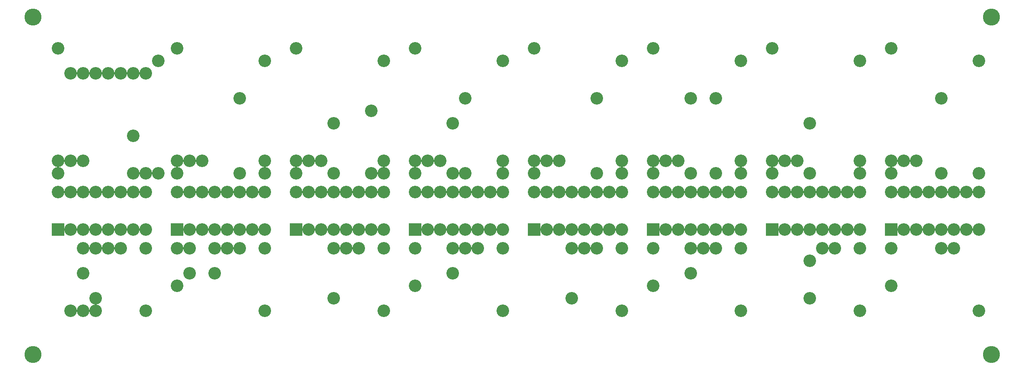
<source format=gts>
G04 MADE WITH FRITZING*
G04 WWW.FRITZING.ORG*
G04 DOUBLE SIDED*
G04 HOLES PLATED*
G04 CONTOUR ON CENTER OF CONTOUR VECTOR*
%ASAXBY*%
%FSLAX23Y23*%
%MOIN*%
%OFA0B0*%
%SFA1.0B1.0*%
%ADD10C,0.135984*%
%ADD11C,0.100551*%
%ADD12R,0.100551X0.100551*%
%LNMASK1*%
G90*
G70*
G54D10*
X7782Y143D03*
X7782Y2843D03*
X132Y143D03*
X132Y2843D03*
G54D11*
X6982Y1143D03*
X6982Y1443D03*
X7082Y1143D03*
X7082Y1443D03*
X7182Y1143D03*
X7182Y1443D03*
X7282Y1143D03*
X7282Y1443D03*
X7382Y1143D03*
X7382Y1443D03*
X7482Y1143D03*
X7482Y1443D03*
X7582Y1143D03*
X7582Y1443D03*
X7682Y1143D03*
X7682Y1443D03*
X6032Y1143D03*
X6032Y1443D03*
X6132Y1143D03*
X6132Y1443D03*
X6232Y1143D03*
X6232Y1443D03*
X6332Y1143D03*
X6332Y1443D03*
X6432Y1143D03*
X6432Y1443D03*
X6532Y1143D03*
X6532Y1443D03*
X6632Y1143D03*
X6632Y1443D03*
X6732Y1143D03*
X6732Y1443D03*
X5082Y1143D03*
X5082Y1443D03*
X5182Y1143D03*
X5182Y1443D03*
X5282Y1143D03*
X5282Y1443D03*
X5382Y1143D03*
X5382Y1443D03*
X5482Y1143D03*
X5482Y1443D03*
X5582Y1143D03*
X5582Y1443D03*
X5682Y1143D03*
X5682Y1443D03*
X5782Y1143D03*
X5782Y1443D03*
X4132Y1143D03*
X4132Y1443D03*
X4232Y1143D03*
X4232Y1443D03*
X4332Y1143D03*
X4332Y1443D03*
X4432Y1143D03*
X4432Y1443D03*
X4532Y1143D03*
X4532Y1443D03*
X4632Y1143D03*
X4632Y1443D03*
X4732Y1143D03*
X4732Y1443D03*
X4832Y1143D03*
X4832Y1443D03*
X2232Y1143D03*
X2232Y1443D03*
X2332Y1143D03*
X2332Y1443D03*
X2432Y1143D03*
X2432Y1443D03*
X2532Y1143D03*
X2532Y1443D03*
X2632Y1143D03*
X2632Y1443D03*
X2732Y1143D03*
X2732Y1443D03*
X2832Y1143D03*
X2832Y1443D03*
X2932Y1143D03*
X2932Y1443D03*
X1282Y1143D03*
X1282Y1443D03*
X1382Y1143D03*
X1382Y1443D03*
X1482Y1143D03*
X1482Y1443D03*
X1582Y1143D03*
X1582Y1443D03*
X1682Y1143D03*
X1682Y1443D03*
X1782Y1143D03*
X1782Y1443D03*
X1882Y1143D03*
X1882Y1443D03*
X1982Y1143D03*
X1982Y1443D03*
X332Y1143D03*
X332Y1443D03*
X432Y1143D03*
X432Y1443D03*
X532Y1143D03*
X532Y1443D03*
X632Y1143D03*
X632Y1443D03*
X732Y1143D03*
X732Y1443D03*
X832Y1143D03*
X832Y1443D03*
X932Y1143D03*
X932Y1443D03*
X1032Y1143D03*
X1032Y1443D03*
X6332Y893D03*
X6332Y593D03*
X4432Y593D03*
X6982Y693D03*
X6982Y993D03*
X3182Y693D03*
X3182Y993D03*
X632Y593D03*
X2532Y593D03*
X2532Y993D03*
X5382Y993D03*
X5382Y793D03*
X1582Y993D03*
X5082Y993D03*
X5082Y693D03*
X1282Y693D03*
X1282Y993D03*
X4432Y993D03*
X3482Y793D03*
X532Y993D03*
X532Y793D03*
X1382Y793D03*
X1382Y993D03*
X1582Y793D03*
X5382Y1593D03*
X5382Y2193D03*
X4632Y2193D03*
X4632Y1593D03*
X7382Y2193D03*
X7382Y1593D03*
X5582Y1593D03*
X5582Y2193D03*
X1782Y1593D03*
X1782Y2193D03*
X3582Y1593D03*
X3582Y2193D03*
X2832Y2093D03*
X2832Y1593D03*
X6332Y1593D03*
X6332Y1993D03*
X3482Y1993D03*
X3482Y1593D03*
X2532Y1993D03*
X2532Y1593D03*
X932Y1893D03*
X932Y1593D03*
X632Y993D03*
X3482Y993D03*
X7382Y993D03*
X7482Y993D03*
X6432Y993D03*
X6532Y993D03*
X5482Y993D03*
X5582Y993D03*
X4532Y993D03*
X4632Y993D03*
X3582Y993D03*
X3682Y993D03*
X2632Y993D03*
X2732Y993D03*
X1682Y993D03*
X1782Y993D03*
X732Y993D03*
X832Y993D03*
X1282Y1593D03*
X432Y1693D03*
X532Y1693D03*
X1032Y493D03*
X3882Y493D03*
X6732Y493D03*
X1982Y493D03*
X2932Y493D03*
X4832Y493D03*
X5782Y493D03*
X6732Y993D03*
X2932Y993D03*
X1982Y993D03*
X3882Y993D03*
X5782Y993D03*
X4832Y993D03*
X1032Y993D03*
X2232Y2593D03*
X4132Y2593D03*
X1282Y2593D03*
X3182Y2593D03*
X6032Y2593D03*
X5082Y2593D03*
X6982Y2593D03*
X332Y2593D03*
X6982Y1693D03*
X6032Y1693D03*
X2232Y1693D03*
X1282Y1693D03*
X3182Y1693D03*
X5082Y1693D03*
X4132Y1693D03*
X332Y1693D03*
X6732Y2493D03*
X2932Y2493D03*
X1982Y2493D03*
X3882Y2493D03*
X5782Y2493D03*
X4832Y2493D03*
X1132Y2493D03*
X6732Y1693D03*
X5782Y1693D03*
X4832Y1693D03*
X3882Y1693D03*
X2932Y1693D03*
X1982Y1693D03*
X1132Y1593D03*
X332Y1593D03*
X1382Y1693D03*
X1482Y1693D03*
X7082Y1693D03*
X7182Y1693D03*
X6132Y1693D03*
X6232Y1693D03*
X5182Y1693D03*
X5282Y1693D03*
X4232Y1693D03*
X4332Y1693D03*
X3282Y1693D03*
X3382Y1693D03*
X2332Y1693D03*
X2432Y1693D03*
X2232Y1593D03*
X7682Y1593D03*
X6982Y1593D03*
X6732Y1593D03*
X6032Y1593D03*
X5782Y1593D03*
X5082Y1593D03*
X4832Y1593D03*
X4132Y1593D03*
X3882Y1593D03*
X3182Y1593D03*
X2932Y1593D03*
X1982Y1593D03*
X1032Y1593D03*
X7682Y493D03*
X7682Y2493D03*
X432Y493D03*
X532Y493D03*
X632Y493D03*
X432Y2393D03*
X532Y2393D03*
X632Y2393D03*
X732Y2393D03*
X832Y2393D03*
X932Y2393D03*
X1032Y2393D03*
X3182Y1143D03*
X3182Y1443D03*
X3282Y1143D03*
X3282Y1443D03*
X3382Y1143D03*
X3382Y1443D03*
X3482Y1143D03*
X3482Y1443D03*
X3582Y1143D03*
X3582Y1443D03*
X3682Y1143D03*
X3682Y1443D03*
X3782Y1143D03*
X3782Y1443D03*
X3882Y1143D03*
X3882Y1443D03*
G54D12*
X6982Y1143D03*
X6032Y1143D03*
X5082Y1143D03*
X4132Y1143D03*
X2232Y1143D03*
X1282Y1143D03*
X332Y1143D03*
X3182Y1143D03*
G04 End of Mask1*
M02*
</source>
